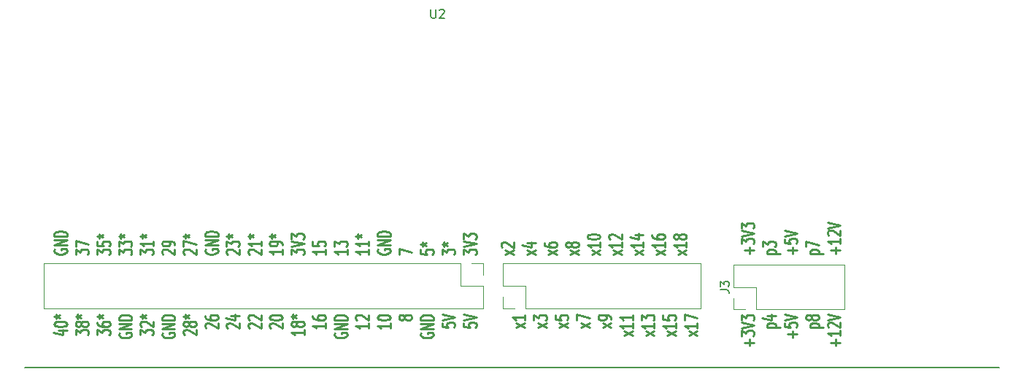
<source format=gbr>
G04 #@! TF.GenerationSoftware,KiCad,Pcbnew,(5.1.2)-1*
G04 #@! TF.CreationDate,2021-01-27T20:04:39+01:00*
G04 #@! TF.ProjectId,proto_simple,70726f74-6f5f-4736-996d-706c652e6b69,rev?*
G04 #@! TF.SameCoordinates,Original*
G04 #@! TF.FileFunction,Legend,Top*
G04 #@! TF.FilePolarity,Positive*
%FSLAX46Y46*%
G04 Gerber Fmt 4.6, Leading zero omitted, Abs format (unit mm)*
G04 Created by KiCad (PCBNEW (5.1.2)-1) date 2021-01-27 20:04:39*
%MOMM*%
%LPD*%
G04 APERTURE LIST*
%ADD10C,0.250000*%
%ADD11C,0.150000*%
%ADD12C,0.120000*%
G04 APERTURE END LIST*
D10*
X83651542Y11340995D02*
X83651542Y12102900D01*
X84222971Y11721947D02*
X83080114Y11721947D01*
X82722971Y12483852D02*
X82722971Y13102900D01*
X83294400Y12769566D01*
X83294400Y12912423D01*
X83365828Y13007661D01*
X83437257Y13055280D01*
X83580114Y13102900D01*
X83937257Y13102900D01*
X84080114Y13055280D01*
X84151542Y13007661D01*
X84222971Y12912423D01*
X84222971Y12626709D01*
X84151542Y12531471D01*
X84080114Y12483852D01*
X82722971Y13388614D02*
X84222971Y13721947D01*
X82722971Y14055280D01*
X82722971Y14293376D02*
X82722971Y14912423D01*
X83294400Y14579090D01*
X83294400Y14721947D01*
X83365828Y14817185D01*
X83437257Y14864804D01*
X83580114Y14912423D01*
X83937257Y14912423D01*
X84080114Y14864804D01*
X84151542Y14817185D01*
X84222971Y14721947D01*
X84222971Y14436233D01*
X84151542Y14340995D01*
X84080114Y14293376D01*
X85722971Y13483852D02*
X87222971Y13483852D01*
X85794400Y13483852D02*
X85722971Y13579090D01*
X85722971Y13769566D01*
X85794400Y13864804D01*
X85865828Y13912423D01*
X86008685Y13960042D01*
X86437257Y13960042D01*
X86580114Y13912423D01*
X86651542Y13864804D01*
X86722971Y13769566D01*
X86722971Y13579090D01*
X86651542Y13483852D01*
X85722971Y14817185D02*
X86722971Y14817185D01*
X85151542Y14579090D02*
X86222971Y14340995D01*
X86222971Y14960042D01*
X88651542Y12293376D02*
X88651542Y13055280D01*
X89222971Y12674328D02*
X88080114Y12674328D01*
X87722971Y14007661D02*
X87722971Y13531471D01*
X88437257Y13483852D01*
X88365828Y13531471D01*
X88294400Y13626709D01*
X88294400Y13864804D01*
X88365828Y13960042D01*
X88437257Y14007661D01*
X88580114Y14055280D01*
X88937257Y14055280D01*
X89080114Y14007661D01*
X89151542Y13960042D01*
X89222971Y13864804D01*
X89222971Y13626709D01*
X89151542Y13531471D01*
X89080114Y13483852D01*
X87722971Y14340995D02*
X89222971Y14674328D01*
X87722971Y15007661D01*
X90722971Y13483852D02*
X92222971Y13483852D01*
X90794400Y13483852D02*
X90722971Y13579090D01*
X90722971Y13769566D01*
X90794400Y13864804D01*
X90865828Y13912423D01*
X91008685Y13960042D01*
X91437257Y13960042D01*
X91580114Y13912423D01*
X91651542Y13864804D01*
X91722971Y13769566D01*
X91722971Y13579090D01*
X91651542Y13483852D01*
X90865828Y14531471D02*
X90794400Y14436233D01*
X90722971Y14388614D01*
X90580114Y14340995D01*
X90508685Y14340995D01*
X90365828Y14388614D01*
X90294400Y14436233D01*
X90222971Y14531471D01*
X90222971Y14721947D01*
X90294400Y14817185D01*
X90365828Y14864804D01*
X90508685Y14912423D01*
X90580114Y14912423D01*
X90722971Y14864804D01*
X90794400Y14817185D01*
X90865828Y14721947D01*
X90865828Y14531471D01*
X90937257Y14436233D01*
X91008685Y14388614D01*
X91151542Y14340995D01*
X91437257Y14340995D01*
X91580114Y14388614D01*
X91651542Y14436233D01*
X91722971Y14531471D01*
X91722971Y14721947D01*
X91651542Y14817185D01*
X91580114Y14864804D01*
X91437257Y14912423D01*
X91151542Y14912423D01*
X91008685Y14864804D01*
X90937257Y14817185D01*
X90865828Y14721947D01*
X93651542Y11340995D02*
X93651542Y12102900D01*
X94222971Y11721947D02*
X93080114Y11721947D01*
X94222971Y13102900D02*
X94222971Y12531471D01*
X94222971Y12817185D02*
X92722971Y12817185D01*
X92937257Y12721947D01*
X93080114Y12626709D01*
X93151542Y12531471D01*
X92865828Y13483852D02*
X92794400Y13531471D01*
X92722971Y13626709D01*
X92722971Y13864804D01*
X92794400Y13960042D01*
X92865828Y14007661D01*
X93008685Y14055280D01*
X93151542Y14055280D01*
X93365828Y14007661D01*
X94222971Y13436233D01*
X94222971Y14055280D01*
X92722971Y14340995D02*
X94222971Y14674328D01*
X92722971Y15007661D01*
X56362971Y21920757D02*
X55362971Y22444566D01*
X55362971Y21920757D02*
X56362971Y22444566D01*
X55005828Y22777900D02*
X54934400Y22825519D01*
X54862971Y22920757D01*
X54862971Y23158852D01*
X54934400Y23254090D01*
X55005828Y23301709D01*
X55148685Y23349328D01*
X55291542Y23349328D01*
X55505828Y23301709D01*
X56362971Y22730280D01*
X56362971Y23349328D01*
X58862971Y21920757D02*
X57862971Y22444566D01*
X57862971Y21920757D02*
X58862971Y22444566D01*
X57862971Y23254090D02*
X58862971Y23254090D01*
X57291542Y23015995D02*
X58362971Y22777900D01*
X58362971Y23396947D01*
X61362971Y21920757D02*
X60362971Y22444566D01*
X60362971Y21920757D02*
X61362971Y22444566D01*
X59862971Y23254090D02*
X59862971Y23063614D01*
X59934400Y22968376D01*
X60005828Y22920757D01*
X60220114Y22825519D01*
X60505828Y22777900D01*
X61077257Y22777900D01*
X61220114Y22825519D01*
X61291542Y22873138D01*
X61362971Y22968376D01*
X61362971Y23158852D01*
X61291542Y23254090D01*
X61220114Y23301709D01*
X61077257Y23349328D01*
X60720114Y23349328D01*
X60577257Y23301709D01*
X60505828Y23254090D01*
X60434400Y23158852D01*
X60434400Y22968376D01*
X60505828Y22873138D01*
X60577257Y22825519D01*
X60720114Y22777900D01*
X63862971Y21920757D02*
X62862971Y22444566D01*
X62862971Y21920757D02*
X63862971Y22444566D01*
X63005828Y22968376D02*
X62934400Y22873138D01*
X62862971Y22825519D01*
X62720114Y22777900D01*
X62648685Y22777900D01*
X62505828Y22825519D01*
X62434400Y22873138D01*
X62362971Y22968376D01*
X62362971Y23158852D01*
X62434400Y23254090D01*
X62505828Y23301709D01*
X62648685Y23349328D01*
X62720114Y23349328D01*
X62862971Y23301709D01*
X62934400Y23254090D01*
X63005828Y23158852D01*
X63005828Y22968376D01*
X63077257Y22873138D01*
X63148685Y22825519D01*
X63291542Y22777900D01*
X63577257Y22777900D01*
X63720114Y22825519D01*
X63791542Y22873138D01*
X63862971Y22968376D01*
X63862971Y23158852D01*
X63791542Y23254090D01*
X63720114Y23301709D01*
X63577257Y23349328D01*
X63291542Y23349328D01*
X63148685Y23301709D01*
X63077257Y23254090D01*
X63005828Y23158852D01*
X66362971Y21920757D02*
X65362971Y22444566D01*
X65362971Y21920757D02*
X66362971Y22444566D01*
X66362971Y23349328D02*
X66362971Y22777900D01*
X66362971Y23063614D02*
X64862971Y23063614D01*
X65077257Y22968376D01*
X65220114Y22873138D01*
X65291542Y22777900D01*
X64862971Y23968376D02*
X64862971Y24063614D01*
X64934400Y24158852D01*
X65005828Y24206471D01*
X65148685Y24254090D01*
X65434400Y24301709D01*
X65791542Y24301709D01*
X66077257Y24254090D01*
X66220114Y24206471D01*
X66291542Y24158852D01*
X66362971Y24063614D01*
X66362971Y23968376D01*
X66291542Y23873138D01*
X66220114Y23825519D01*
X66077257Y23777900D01*
X65791542Y23730280D01*
X65434400Y23730280D01*
X65148685Y23777900D01*
X65005828Y23825519D01*
X64934400Y23873138D01*
X64862971Y23968376D01*
X68862971Y21920757D02*
X67862971Y22444566D01*
X67862971Y21920757D02*
X68862971Y22444566D01*
X68862971Y23349328D02*
X68862971Y22777900D01*
X68862971Y23063614D02*
X67362971Y23063614D01*
X67577257Y22968376D01*
X67720114Y22873138D01*
X67791542Y22777900D01*
X67505828Y23730280D02*
X67434400Y23777900D01*
X67362971Y23873138D01*
X67362971Y24111233D01*
X67434400Y24206471D01*
X67505828Y24254090D01*
X67648685Y24301709D01*
X67791542Y24301709D01*
X68005828Y24254090D01*
X68862971Y23682661D01*
X68862971Y24301709D01*
X71362971Y21920757D02*
X70362971Y22444566D01*
X70362971Y21920757D02*
X71362971Y22444566D01*
X71362971Y23349328D02*
X71362971Y22777900D01*
X71362971Y23063614D02*
X69862971Y23063614D01*
X70077257Y22968376D01*
X70220114Y22873138D01*
X70291542Y22777900D01*
X70362971Y24206471D02*
X71362971Y24206471D01*
X69791542Y23968376D02*
X70862971Y23730280D01*
X70862971Y24349328D01*
X73862971Y21920757D02*
X72862971Y22444566D01*
X72862971Y21920757D02*
X73862971Y22444566D01*
X73862971Y23349328D02*
X73862971Y22777900D01*
X73862971Y23063614D02*
X72362971Y23063614D01*
X72577257Y22968376D01*
X72720114Y22873138D01*
X72791542Y22777900D01*
X72362971Y24206471D02*
X72362971Y24015995D01*
X72434400Y23920757D01*
X72505828Y23873138D01*
X72720114Y23777900D01*
X73005828Y23730280D01*
X73577257Y23730280D01*
X73720114Y23777900D01*
X73791542Y23825519D01*
X73862971Y23920757D01*
X73862971Y24111233D01*
X73791542Y24206471D01*
X73720114Y24254090D01*
X73577257Y24301709D01*
X73220114Y24301709D01*
X73077257Y24254090D01*
X73005828Y24206471D01*
X72934400Y24111233D01*
X72934400Y23920757D01*
X73005828Y23825519D01*
X73077257Y23777900D01*
X73220114Y23730280D01*
X76362971Y21920757D02*
X75362971Y22444566D01*
X75362971Y21920757D02*
X76362971Y22444566D01*
X76362971Y23349328D02*
X76362971Y22777900D01*
X76362971Y23063614D02*
X74862971Y23063614D01*
X75077257Y22968376D01*
X75220114Y22873138D01*
X75291542Y22777900D01*
X75505828Y23920757D02*
X75434400Y23825519D01*
X75362971Y23777900D01*
X75220114Y23730280D01*
X75148685Y23730280D01*
X75005828Y23777900D01*
X74934400Y23825519D01*
X74862971Y23920757D01*
X74862971Y24111233D01*
X74934400Y24206471D01*
X75005828Y24254090D01*
X75148685Y24301709D01*
X75220114Y24301709D01*
X75362971Y24254090D01*
X75434400Y24206471D01*
X75505828Y24111233D01*
X75505828Y23920757D01*
X75577257Y23825519D01*
X75648685Y23777900D01*
X75791542Y23730280D01*
X76077257Y23730280D01*
X76220114Y23777900D01*
X76291542Y23825519D01*
X76362971Y23920757D01*
X76362971Y24111233D01*
X76291542Y24206471D01*
X76220114Y24254090D01*
X76077257Y24301709D01*
X75791542Y24301709D01*
X75648685Y24254090D01*
X75577257Y24206471D01*
X75505828Y24111233D01*
X83651542Y22015995D02*
X83651542Y22777900D01*
X84222971Y22396947D02*
X83080114Y22396947D01*
X82722971Y23158852D02*
X82722971Y23777900D01*
X83294400Y23444566D01*
X83294400Y23587423D01*
X83365828Y23682661D01*
X83437257Y23730280D01*
X83580114Y23777900D01*
X83937257Y23777900D01*
X84080114Y23730280D01*
X84151542Y23682661D01*
X84222971Y23587423D01*
X84222971Y23301709D01*
X84151542Y23206471D01*
X84080114Y23158852D01*
X82722971Y24063614D02*
X84222971Y24396947D01*
X82722971Y24730280D01*
X82722971Y24968376D02*
X82722971Y25587423D01*
X83294400Y25254090D01*
X83294400Y25396947D01*
X83365828Y25492185D01*
X83437257Y25539804D01*
X83580114Y25587423D01*
X83937257Y25587423D01*
X84080114Y25539804D01*
X84151542Y25492185D01*
X84222971Y25396947D01*
X84222971Y25111233D01*
X84151542Y25015995D01*
X84080114Y24968376D01*
X85722971Y22015995D02*
X87222971Y22015995D01*
X85794400Y22015995D02*
X85722971Y22111233D01*
X85722971Y22301709D01*
X85794400Y22396947D01*
X85865828Y22444566D01*
X86008685Y22492185D01*
X86437257Y22492185D01*
X86580114Y22444566D01*
X86651542Y22396947D01*
X86722971Y22301709D01*
X86722971Y22111233D01*
X86651542Y22015995D01*
X85222971Y22825519D02*
X85222971Y23444566D01*
X85794400Y23111233D01*
X85794400Y23254090D01*
X85865828Y23349328D01*
X85937257Y23396947D01*
X86080114Y23444566D01*
X86437257Y23444566D01*
X86580114Y23396947D01*
X86651542Y23349328D01*
X86722971Y23254090D01*
X86722971Y22968376D01*
X86651542Y22873138D01*
X86580114Y22825519D01*
X88651542Y22015995D02*
X88651542Y22777900D01*
X89222971Y22396947D02*
X88080114Y22396947D01*
X87722971Y23730280D02*
X87722971Y23254090D01*
X88437257Y23206471D01*
X88365828Y23254090D01*
X88294400Y23349328D01*
X88294400Y23587423D01*
X88365828Y23682661D01*
X88437257Y23730280D01*
X88580114Y23777900D01*
X88937257Y23777900D01*
X89080114Y23730280D01*
X89151542Y23682661D01*
X89222971Y23587423D01*
X89222971Y23349328D01*
X89151542Y23254090D01*
X89080114Y23206471D01*
X87722971Y24063614D02*
X89222971Y24396947D01*
X87722971Y24730280D01*
X90722971Y22015995D02*
X92222971Y22015995D01*
X90794400Y22015995D02*
X90722971Y22111233D01*
X90722971Y22301709D01*
X90794400Y22396947D01*
X90865828Y22444566D01*
X91008685Y22492185D01*
X91437257Y22492185D01*
X91580114Y22444566D01*
X91651542Y22396947D01*
X91722971Y22301709D01*
X91722971Y22111233D01*
X91651542Y22015995D01*
X90222971Y22825519D02*
X90222971Y23492185D01*
X91722971Y23063614D01*
X93651542Y22015995D02*
X93651542Y22777900D01*
X94222971Y22396947D02*
X93080114Y22396947D01*
X94222971Y23777900D02*
X94222971Y23206471D01*
X94222971Y23492185D02*
X92722971Y23492185D01*
X92937257Y23396947D01*
X93080114Y23301709D01*
X93151542Y23206471D01*
X92865828Y24158852D02*
X92794400Y24206471D01*
X92722971Y24301709D01*
X92722971Y24539804D01*
X92794400Y24635042D01*
X92865828Y24682661D01*
X93008685Y24730280D01*
X93151542Y24730280D01*
X93365828Y24682661D01*
X94222971Y24111233D01*
X94222971Y24730280D01*
X92722971Y25015995D02*
X94222971Y25349328D01*
X92722971Y25682661D01*
X57632971Y13483852D02*
X56632971Y14007661D01*
X56632971Y13483852D02*
X57632971Y14007661D01*
X57632971Y14912423D02*
X57632971Y14340995D01*
X57632971Y14626709D02*
X56132971Y14626709D01*
X56347257Y14531471D01*
X56490114Y14436233D01*
X56561542Y14340995D01*
X60132971Y13483852D02*
X59132971Y14007661D01*
X59132971Y13483852D02*
X60132971Y14007661D01*
X58632971Y14293376D02*
X58632971Y14912423D01*
X59204400Y14579090D01*
X59204400Y14721947D01*
X59275828Y14817185D01*
X59347257Y14864804D01*
X59490114Y14912423D01*
X59847257Y14912423D01*
X59990114Y14864804D01*
X60061542Y14817185D01*
X60132971Y14721947D01*
X60132971Y14436233D01*
X60061542Y14340995D01*
X59990114Y14293376D01*
X62632971Y13483852D02*
X61632971Y14007661D01*
X61632971Y13483852D02*
X62632971Y14007661D01*
X61132971Y14864804D02*
X61132971Y14388614D01*
X61847257Y14340995D01*
X61775828Y14388614D01*
X61704400Y14483852D01*
X61704400Y14721947D01*
X61775828Y14817185D01*
X61847257Y14864804D01*
X61990114Y14912423D01*
X62347257Y14912423D01*
X62490114Y14864804D01*
X62561542Y14817185D01*
X62632971Y14721947D01*
X62632971Y14483852D01*
X62561542Y14388614D01*
X62490114Y14340995D01*
X65132971Y13483852D02*
X64132971Y14007661D01*
X64132971Y13483852D02*
X65132971Y14007661D01*
X63632971Y14293376D02*
X63632971Y14960042D01*
X65132971Y14531471D01*
X67632971Y13483852D02*
X66632971Y14007661D01*
X66632971Y13483852D02*
X67632971Y14007661D01*
X67632971Y14436233D02*
X67632971Y14626709D01*
X67561542Y14721947D01*
X67490114Y14769566D01*
X67275828Y14864804D01*
X66990114Y14912423D01*
X66418685Y14912423D01*
X66275828Y14864804D01*
X66204400Y14817185D01*
X66132971Y14721947D01*
X66132971Y14531471D01*
X66204400Y14436233D01*
X66275828Y14388614D01*
X66418685Y14340995D01*
X66775828Y14340995D01*
X66918685Y14388614D01*
X66990114Y14436233D01*
X67061542Y14531471D01*
X67061542Y14721947D01*
X66990114Y14817185D01*
X66918685Y14864804D01*
X66775828Y14912423D01*
X70132971Y12531471D02*
X69132971Y13055280D01*
X69132971Y12531471D02*
X70132971Y13055280D01*
X70132971Y13960042D02*
X70132971Y13388614D01*
X70132971Y13674328D02*
X68632971Y13674328D01*
X68847257Y13579090D01*
X68990114Y13483852D01*
X69061542Y13388614D01*
X70132971Y14912423D02*
X70132971Y14340995D01*
X70132971Y14626709D02*
X68632971Y14626709D01*
X68847257Y14531471D01*
X68990114Y14436233D01*
X69061542Y14340995D01*
X72632971Y12531471D02*
X71632971Y13055280D01*
X71632971Y12531471D02*
X72632971Y13055280D01*
X72632971Y13960042D02*
X72632971Y13388614D01*
X72632971Y13674328D02*
X71132971Y13674328D01*
X71347257Y13579090D01*
X71490114Y13483852D01*
X71561542Y13388614D01*
X71132971Y14293376D02*
X71132971Y14912423D01*
X71704400Y14579090D01*
X71704400Y14721947D01*
X71775828Y14817185D01*
X71847257Y14864804D01*
X71990114Y14912423D01*
X72347257Y14912423D01*
X72490114Y14864804D01*
X72561542Y14817185D01*
X72632971Y14721947D01*
X72632971Y14436233D01*
X72561542Y14340995D01*
X72490114Y14293376D01*
X75132971Y12531471D02*
X74132971Y13055280D01*
X74132971Y12531471D02*
X75132971Y13055280D01*
X75132971Y13960042D02*
X75132971Y13388614D01*
X75132971Y13674328D02*
X73632971Y13674328D01*
X73847257Y13579090D01*
X73990114Y13483852D01*
X74061542Y13388614D01*
X73632971Y14864804D02*
X73632971Y14388614D01*
X74347257Y14340995D01*
X74275828Y14388614D01*
X74204400Y14483852D01*
X74204400Y14721947D01*
X74275828Y14817185D01*
X74347257Y14864804D01*
X74490114Y14912423D01*
X74847257Y14912423D01*
X74990114Y14864804D01*
X75061542Y14817185D01*
X75132971Y14721947D01*
X75132971Y14483852D01*
X75061542Y14388614D01*
X74990114Y14340995D01*
X77632971Y12531471D02*
X76632971Y13055280D01*
X76632971Y12531471D02*
X77632971Y13055280D01*
X77632971Y13960042D02*
X77632971Y13388614D01*
X77632971Y13674328D02*
X76132971Y13674328D01*
X76347257Y13579090D01*
X76490114Y13483852D01*
X76561542Y13388614D01*
X76132971Y14293376D02*
X76132971Y14960042D01*
X77632971Y14531471D01*
X3512971Y13102900D02*
X4512971Y13102900D01*
X2941542Y12864804D02*
X4012971Y12626709D01*
X4012971Y13245757D01*
X3012971Y13817185D02*
X3012971Y13912423D01*
X3084400Y14007661D01*
X3155828Y14055280D01*
X3298685Y14102900D01*
X3584400Y14150519D01*
X3941542Y14150519D01*
X4227257Y14102900D01*
X4370114Y14055280D01*
X4441542Y14007661D01*
X4512971Y13912423D01*
X4512971Y13817185D01*
X4441542Y13721947D01*
X4370114Y13674328D01*
X4227257Y13626709D01*
X3941542Y13579090D01*
X3584400Y13579090D01*
X3298685Y13626709D01*
X3155828Y13674328D01*
X3084400Y13721947D01*
X3012971Y13817185D01*
X3012971Y14721947D02*
X3370114Y14721947D01*
X3227257Y14483852D02*
X3370114Y14721947D01*
X3227257Y14960042D01*
X3655828Y14579090D02*
X3370114Y14721947D01*
X3655828Y14864804D01*
X5512971Y12579090D02*
X5512971Y13198138D01*
X6084400Y12864804D01*
X6084400Y13007661D01*
X6155828Y13102900D01*
X6227257Y13150519D01*
X6370114Y13198138D01*
X6727257Y13198138D01*
X6870114Y13150519D01*
X6941542Y13102900D01*
X7012971Y13007661D01*
X7012971Y12721947D01*
X6941542Y12626709D01*
X6870114Y12579090D01*
X6155828Y13769566D02*
X6084400Y13674328D01*
X6012971Y13626709D01*
X5870114Y13579090D01*
X5798685Y13579090D01*
X5655828Y13626709D01*
X5584400Y13674328D01*
X5512971Y13769566D01*
X5512971Y13960042D01*
X5584400Y14055280D01*
X5655828Y14102900D01*
X5798685Y14150519D01*
X5870114Y14150519D01*
X6012971Y14102900D01*
X6084400Y14055280D01*
X6155828Y13960042D01*
X6155828Y13769566D01*
X6227257Y13674328D01*
X6298685Y13626709D01*
X6441542Y13579090D01*
X6727257Y13579090D01*
X6870114Y13626709D01*
X6941542Y13674328D01*
X7012971Y13769566D01*
X7012971Y13960042D01*
X6941542Y14055280D01*
X6870114Y14102900D01*
X6727257Y14150519D01*
X6441542Y14150519D01*
X6298685Y14102900D01*
X6227257Y14055280D01*
X6155828Y13960042D01*
X5512971Y14721947D02*
X5870114Y14721947D01*
X5727257Y14483852D02*
X5870114Y14721947D01*
X5727257Y14960042D01*
X6155828Y14579090D02*
X5870114Y14721947D01*
X6155828Y14864804D01*
X8012971Y12579090D02*
X8012971Y13198138D01*
X8584400Y12864804D01*
X8584400Y13007661D01*
X8655828Y13102900D01*
X8727257Y13150519D01*
X8870114Y13198138D01*
X9227257Y13198138D01*
X9370114Y13150519D01*
X9441542Y13102900D01*
X9512971Y13007661D01*
X9512971Y12721947D01*
X9441542Y12626709D01*
X9370114Y12579090D01*
X8012971Y14055280D02*
X8012971Y13864804D01*
X8084400Y13769566D01*
X8155828Y13721947D01*
X8370114Y13626709D01*
X8655828Y13579090D01*
X9227257Y13579090D01*
X9370114Y13626709D01*
X9441542Y13674328D01*
X9512971Y13769566D01*
X9512971Y13960042D01*
X9441542Y14055280D01*
X9370114Y14102900D01*
X9227257Y14150519D01*
X8870114Y14150519D01*
X8727257Y14102900D01*
X8655828Y14055280D01*
X8584400Y13960042D01*
X8584400Y13769566D01*
X8655828Y13674328D01*
X8727257Y13626709D01*
X8870114Y13579090D01*
X8012971Y14721947D02*
X8370114Y14721947D01*
X8227257Y14483852D02*
X8370114Y14721947D01*
X8227257Y14960042D01*
X8655828Y14579090D02*
X8370114Y14721947D01*
X8655828Y14864804D01*
X10584400Y12817185D02*
X10512971Y12721947D01*
X10512971Y12579090D01*
X10584400Y12436233D01*
X10727257Y12340995D01*
X10870114Y12293376D01*
X11155828Y12245757D01*
X11370114Y12245757D01*
X11655828Y12293376D01*
X11798685Y12340995D01*
X11941542Y12436233D01*
X12012971Y12579090D01*
X12012971Y12674328D01*
X11941542Y12817185D01*
X11870114Y12864804D01*
X11370114Y12864804D01*
X11370114Y12674328D01*
X12012971Y13293376D02*
X10512971Y13293376D01*
X12012971Y13864804D01*
X10512971Y13864804D01*
X12012971Y14340995D02*
X10512971Y14340995D01*
X10512971Y14579090D01*
X10584400Y14721947D01*
X10727257Y14817185D01*
X10870114Y14864804D01*
X11155828Y14912423D01*
X11370114Y14912423D01*
X11655828Y14864804D01*
X11798685Y14817185D01*
X11941542Y14721947D01*
X12012971Y14579090D01*
X12012971Y14340995D01*
X13012971Y12579090D02*
X13012971Y13198138D01*
X13584400Y12864804D01*
X13584400Y13007661D01*
X13655828Y13102900D01*
X13727257Y13150519D01*
X13870114Y13198138D01*
X14227257Y13198138D01*
X14370114Y13150519D01*
X14441542Y13102900D01*
X14512971Y13007661D01*
X14512971Y12721947D01*
X14441542Y12626709D01*
X14370114Y12579090D01*
X13155828Y13579090D02*
X13084400Y13626709D01*
X13012971Y13721947D01*
X13012971Y13960042D01*
X13084400Y14055280D01*
X13155828Y14102900D01*
X13298685Y14150519D01*
X13441542Y14150519D01*
X13655828Y14102900D01*
X14512971Y13531471D01*
X14512971Y14150519D01*
X13012971Y14721947D02*
X13370114Y14721947D01*
X13227257Y14483852D02*
X13370114Y14721947D01*
X13227257Y14960042D01*
X13655828Y14579090D02*
X13370114Y14721947D01*
X13655828Y14864804D01*
X15584400Y12817185D02*
X15512971Y12721947D01*
X15512971Y12579090D01*
X15584400Y12436233D01*
X15727257Y12340995D01*
X15870114Y12293376D01*
X16155828Y12245757D01*
X16370114Y12245757D01*
X16655828Y12293376D01*
X16798685Y12340995D01*
X16941542Y12436233D01*
X17012971Y12579090D01*
X17012971Y12674328D01*
X16941542Y12817185D01*
X16870114Y12864804D01*
X16370114Y12864804D01*
X16370114Y12674328D01*
X17012971Y13293376D02*
X15512971Y13293376D01*
X17012971Y13864804D01*
X15512971Y13864804D01*
X17012971Y14340995D02*
X15512971Y14340995D01*
X15512971Y14579090D01*
X15584400Y14721947D01*
X15727257Y14817185D01*
X15870114Y14864804D01*
X16155828Y14912423D01*
X16370114Y14912423D01*
X16655828Y14864804D01*
X16798685Y14817185D01*
X16941542Y14721947D01*
X17012971Y14579090D01*
X17012971Y14340995D01*
X18155828Y12626709D02*
X18084400Y12674328D01*
X18012971Y12769566D01*
X18012971Y13007661D01*
X18084400Y13102900D01*
X18155828Y13150519D01*
X18298685Y13198138D01*
X18441542Y13198138D01*
X18655828Y13150519D01*
X19512971Y12579090D01*
X19512971Y13198138D01*
X18655828Y13769566D02*
X18584400Y13674328D01*
X18512971Y13626709D01*
X18370114Y13579090D01*
X18298685Y13579090D01*
X18155828Y13626709D01*
X18084400Y13674328D01*
X18012971Y13769566D01*
X18012971Y13960042D01*
X18084400Y14055280D01*
X18155828Y14102900D01*
X18298685Y14150519D01*
X18370114Y14150519D01*
X18512971Y14102900D01*
X18584400Y14055280D01*
X18655828Y13960042D01*
X18655828Y13769566D01*
X18727257Y13674328D01*
X18798685Y13626709D01*
X18941542Y13579090D01*
X19227257Y13579090D01*
X19370114Y13626709D01*
X19441542Y13674328D01*
X19512971Y13769566D01*
X19512971Y13960042D01*
X19441542Y14055280D01*
X19370114Y14102900D01*
X19227257Y14150519D01*
X18941542Y14150519D01*
X18798685Y14102900D01*
X18727257Y14055280D01*
X18655828Y13960042D01*
X18012971Y14721947D02*
X18370114Y14721947D01*
X18227257Y14483852D02*
X18370114Y14721947D01*
X18227257Y14960042D01*
X18655828Y14579090D02*
X18370114Y14721947D01*
X18655828Y14864804D01*
X20655828Y13388614D02*
X20584400Y13436233D01*
X20512971Y13531471D01*
X20512971Y13769566D01*
X20584400Y13864804D01*
X20655828Y13912423D01*
X20798685Y13960042D01*
X20941542Y13960042D01*
X21155828Y13912423D01*
X22012971Y13340995D01*
X22012971Y13960042D01*
X20512971Y14817185D02*
X20512971Y14626709D01*
X20584400Y14531471D01*
X20655828Y14483852D01*
X20870114Y14388614D01*
X21155828Y14340995D01*
X21727257Y14340995D01*
X21870114Y14388614D01*
X21941542Y14436233D01*
X22012971Y14531471D01*
X22012971Y14721947D01*
X21941542Y14817185D01*
X21870114Y14864804D01*
X21727257Y14912423D01*
X21370114Y14912423D01*
X21227257Y14864804D01*
X21155828Y14817185D01*
X21084400Y14721947D01*
X21084400Y14531471D01*
X21155828Y14436233D01*
X21227257Y14388614D01*
X21370114Y14340995D01*
X23155828Y13388614D02*
X23084400Y13436233D01*
X23012971Y13531471D01*
X23012971Y13769566D01*
X23084400Y13864804D01*
X23155828Y13912423D01*
X23298685Y13960042D01*
X23441542Y13960042D01*
X23655828Y13912423D01*
X24512971Y13340995D01*
X24512971Y13960042D01*
X23512971Y14817185D02*
X24512971Y14817185D01*
X22941542Y14579090D02*
X24012971Y14340995D01*
X24012971Y14960042D01*
X25655828Y13388614D02*
X25584400Y13436233D01*
X25512971Y13531471D01*
X25512971Y13769566D01*
X25584400Y13864804D01*
X25655828Y13912423D01*
X25798685Y13960042D01*
X25941542Y13960042D01*
X26155828Y13912423D01*
X27012971Y13340995D01*
X27012971Y13960042D01*
X25655828Y14340995D02*
X25584400Y14388614D01*
X25512971Y14483852D01*
X25512971Y14721947D01*
X25584400Y14817185D01*
X25655828Y14864804D01*
X25798685Y14912423D01*
X25941542Y14912423D01*
X26155828Y14864804D01*
X27012971Y14293376D01*
X27012971Y14912423D01*
X28155828Y13388614D02*
X28084400Y13436233D01*
X28012971Y13531471D01*
X28012971Y13769566D01*
X28084400Y13864804D01*
X28155828Y13912423D01*
X28298685Y13960042D01*
X28441542Y13960042D01*
X28655828Y13912423D01*
X29512971Y13340995D01*
X29512971Y13960042D01*
X28012971Y14579090D02*
X28012971Y14674328D01*
X28084400Y14769566D01*
X28155828Y14817185D01*
X28298685Y14864804D01*
X28584400Y14912423D01*
X28941542Y14912423D01*
X29227257Y14864804D01*
X29370114Y14817185D01*
X29441542Y14769566D01*
X29512971Y14674328D01*
X29512971Y14579090D01*
X29441542Y14483852D01*
X29370114Y14436233D01*
X29227257Y14388614D01*
X28941542Y14340995D01*
X28584400Y14340995D01*
X28298685Y14388614D01*
X28155828Y14436233D01*
X28084400Y14483852D01*
X28012971Y14579090D01*
X32012971Y13198138D02*
X32012971Y12626709D01*
X32012971Y12912423D02*
X30512971Y12912423D01*
X30727257Y12817185D01*
X30870114Y12721947D01*
X30941542Y12626709D01*
X31155828Y13769566D02*
X31084400Y13674328D01*
X31012971Y13626709D01*
X30870114Y13579090D01*
X30798685Y13579090D01*
X30655828Y13626709D01*
X30584400Y13674328D01*
X30512971Y13769566D01*
X30512971Y13960042D01*
X30584400Y14055280D01*
X30655828Y14102900D01*
X30798685Y14150519D01*
X30870114Y14150519D01*
X31012971Y14102900D01*
X31084400Y14055280D01*
X31155828Y13960042D01*
X31155828Y13769566D01*
X31227257Y13674328D01*
X31298685Y13626709D01*
X31441542Y13579090D01*
X31727257Y13579090D01*
X31870114Y13626709D01*
X31941542Y13674328D01*
X32012971Y13769566D01*
X32012971Y13960042D01*
X31941542Y14055280D01*
X31870114Y14102900D01*
X31727257Y14150519D01*
X31441542Y14150519D01*
X31298685Y14102900D01*
X31227257Y14055280D01*
X31155828Y13960042D01*
X30512971Y14721947D02*
X30870114Y14721947D01*
X30727257Y14483852D02*
X30870114Y14721947D01*
X30727257Y14960042D01*
X31155828Y14579090D02*
X30870114Y14721947D01*
X31155828Y14864804D01*
X34512971Y13960042D02*
X34512971Y13388614D01*
X34512971Y13674328D02*
X33012971Y13674328D01*
X33227257Y13579090D01*
X33370114Y13483852D01*
X33441542Y13388614D01*
X33012971Y14817185D02*
X33012971Y14626709D01*
X33084400Y14531471D01*
X33155828Y14483852D01*
X33370114Y14388614D01*
X33655828Y14340995D01*
X34227257Y14340995D01*
X34370114Y14388614D01*
X34441542Y14436233D01*
X34512971Y14531471D01*
X34512971Y14721947D01*
X34441542Y14817185D01*
X34370114Y14864804D01*
X34227257Y14912423D01*
X33870114Y14912423D01*
X33727257Y14864804D01*
X33655828Y14817185D01*
X33584400Y14721947D01*
X33584400Y14531471D01*
X33655828Y14436233D01*
X33727257Y14388614D01*
X33870114Y14340995D01*
X35584400Y12817185D02*
X35512971Y12721947D01*
X35512971Y12579090D01*
X35584400Y12436233D01*
X35727257Y12340995D01*
X35870114Y12293376D01*
X36155828Y12245757D01*
X36370114Y12245757D01*
X36655828Y12293376D01*
X36798685Y12340995D01*
X36941542Y12436233D01*
X37012971Y12579090D01*
X37012971Y12674328D01*
X36941542Y12817185D01*
X36870114Y12864804D01*
X36370114Y12864804D01*
X36370114Y12674328D01*
X37012971Y13293376D02*
X35512971Y13293376D01*
X37012971Y13864804D01*
X35512971Y13864804D01*
X37012971Y14340995D02*
X35512971Y14340995D01*
X35512971Y14579090D01*
X35584400Y14721947D01*
X35727257Y14817185D01*
X35870114Y14864804D01*
X36155828Y14912423D01*
X36370114Y14912423D01*
X36655828Y14864804D01*
X36798685Y14817185D01*
X36941542Y14721947D01*
X37012971Y14579090D01*
X37012971Y14340995D01*
X39512971Y13960042D02*
X39512971Y13388614D01*
X39512971Y13674328D02*
X38012971Y13674328D01*
X38227257Y13579090D01*
X38370114Y13483852D01*
X38441542Y13388614D01*
X38155828Y14340995D02*
X38084400Y14388614D01*
X38012971Y14483852D01*
X38012971Y14721947D01*
X38084400Y14817185D01*
X38155828Y14864804D01*
X38298685Y14912423D01*
X38441542Y14912423D01*
X38655828Y14864804D01*
X39512971Y14293376D01*
X39512971Y14912423D01*
X42012971Y13960042D02*
X42012971Y13388614D01*
X42012971Y13674328D02*
X40512971Y13674328D01*
X40727257Y13579090D01*
X40870114Y13483852D01*
X40941542Y13388614D01*
X40512971Y14579090D02*
X40512971Y14674328D01*
X40584400Y14769566D01*
X40655828Y14817185D01*
X40798685Y14864804D01*
X41084400Y14912423D01*
X41441542Y14912423D01*
X41727257Y14864804D01*
X41870114Y14817185D01*
X41941542Y14769566D01*
X42012971Y14674328D01*
X42012971Y14579090D01*
X41941542Y14483852D01*
X41870114Y14436233D01*
X41727257Y14388614D01*
X41441542Y14340995D01*
X41084400Y14340995D01*
X40798685Y14388614D01*
X40655828Y14436233D01*
X40584400Y14483852D01*
X40512971Y14579090D01*
X43655828Y14531471D02*
X43584400Y14436233D01*
X43512971Y14388614D01*
X43370114Y14340995D01*
X43298685Y14340995D01*
X43155828Y14388614D01*
X43084400Y14436233D01*
X43012971Y14531471D01*
X43012971Y14721947D01*
X43084400Y14817185D01*
X43155828Y14864804D01*
X43298685Y14912423D01*
X43370114Y14912423D01*
X43512971Y14864804D01*
X43584400Y14817185D01*
X43655828Y14721947D01*
X43655828Y14531471D01*
X43727257Y14436233D01*
X43798685Y14388614D01*
X43941542Y14340995D01*
X44227257Y14340995D01*
X44370114Y14388614D01*
X44441542Y14436233D01*
X44512971Y14531471D01*
X44512971Y14721947D01*
X44441542Y14817185D01*
X44370114Y14864804D01*
X44227257Y14912423D01*
X43941542Y14912423D01*
X43798685Y14864804D01*
X43727257Y14817185D01*
X43655828Y14721947D01*
X45584400Y12817185D02*
X45512971Y12721947D01*
X45512971Y12579090D01*
X45584400Y12436233D01*
X45727257Y12340995D01*
X45870114Y12293376D01*
X46155828Y12245757D01*
X46370114Y12245757D01*
X46655828Y12293376D01*
X46798685Y12340995D01*
X46941542Y12436233D01*
X47012971Y12579090D01*
X47012971Y12674328D01*
X46941542Y12817185D01*
X46870114Y12864804D01*
X46370114Y12864804D01*
X46370114Y12674328D01*
X47012971Y13293376D02*
X45512971Y13293376D01*
X47012971Y13864804D01*
X45512971Y13864804D01*
X47012971Y14340995D02*
X45512971Y14340995D01*
X45512971Y14579090D01*
X45584400Y14721947D01*
X45727257Y14817185D01*
X45870114Y14864804D01*
X46155828Y14912423D01*
X46370114Y14912423D01*
X46655828Y14864804D01*
X46798685Y14817185D01*
X46941542Y14721947D01*
X47012971Y14579090D01*
X47012971Y14340995D01*
X48012971Y14007661D02*
X48012971Y13531471D01*
X48727257Y13483852D01*
X48655828Y13531471D01*
X48584400Y13626709D01*
X48584400Y13864804D01*
X48655828Y13960042D01*
X48727257Y14007661D01*
X48870114Y14055280D01*
X49227257Y14055280D01*
X49370114Y14007661D01*
X49441542Y13960042D01*
X49512971Y13864804D01*
X49512971Y13626709D01*
X49441542Y13531471D01*
X49370114Y13483852D01*
X48012971Y14340995D02*
X49512971Y14674328D01*
X48012971Y15007661D01*
X50512971Y14007661D02*
X50512971Y13531471D01*
X51227257Y13483852D01*
X51155828Y13531471D01*
X51084400Y13626709D01*
X51084400Y13864804D01*
X51155828Y13960042D01*
X51227257Y14007661D01*
X51370114Y14055280D01*
X51727257Y14055280D01*
X51870114Y14007661D01*
X51941542Y13960042D01*
X52012971Y13864804D01*
X52012971Y13626709D01*
X51941542Y13531471D01*
X51870114Y13483852D01*
X50512971Y14340995D02*
X52012971Y14674328D01*
X50512971Y15007661D01*
X3084400Y22539804D02*
X3012971Y22444566D01*
X3012971Y22301709D01*
X3084400Y22158852D01*
X3227257Y22063614D01*
X3370114Y22015995D01*
X3655828Y21968376D01*
X3870114Y21968376D01*
X4155828Y22015995D01*
X4298685Y22063614D01*
X4441542Y22158852D01*
X4512971Y22301709D01*
X4512971Y22396947D01*
X4441542Y22539804D01*
X4370114Y22587423D01*
X3870114Y22587423D01*
X3870114Y22396947D01*
X4512971Y23015995D02*
X3012971Y23015995D01*
X4512971Y23587423D01*
X3012971Y23587423D01*
X4512971Y24063614D02*
X3012971Y24063614D01*
X3012971Y24301709D01*
X3084400Y24444566D01*
X3227257Y24539804D01*
X3370114Y24587423D01*
X3655828Y24635042D01*
X3870114Y24635042D01*
X4155828Y24587423D01*
X4298685Y24539804D01*
X4441542Y24444566D01*
X4512971Y24301709D01*
X4512971Y24063614D01*
X5512971Y21920757D02*
X5512971Y22539804D01*
X6084400Y22206471D01*
X6084400Y22349328D01*
X6155828Y22444566D01*
X6227257Y22492185D01*
X6370114Y22539804D01*
X6727257Y22539804D01*
X6870114Y22492185D01*
X6941542Y22444566D01*
X7012971Y22349328D01*
X7012971Y22063614D01*
X6941542Y21968376D01*
X6870114Y21920757D01*
X5512971Y22873138D02*
X5512971Y23539804D01*
X7012971Y23111233D01*
X8012971Y21920757D02*
X8012971Y22539804D01*
X8584400Y22206471D01*
X8584400Y22349328D01*
X8655828Y22444566D01*
X8727257Y22492185D01*
X8870114Y22539804D01*
X9227257Y22539804D01*
X9370114Y22492185D01*
X9441542Y22444566D01*
X9512971Y22349328D01*
X9512971Y22063614D01*
X9441542Y21968376D01*
X9370114Y21920757D01*
X8012971Y23444566D02*
X8012971Y22968376D01*
X8727257Y22920757D01*
X8655828Y22968376D01*
X8584400Y23063614D01*
X8584400Y23301709D01*
X8655828Y23396947D01*
X8727257Y23444566D01*
X8870114Y23492185D01*
X9227257Y23492185D01*
X9370114Y23444566D01*
X9441542Y23396947D01*
X9512971Y23301709D01*
X9512971Y23063614D01*
X9441542Y22968376D01*
X9370114Y22920757D01*
X8012971Y24063614D02*
X8370114Y24063614D01*
X8227257Y23825519D02*
X8370114Y24063614D01*
X8227257Y24301709D01*
X8655828Y23920757D02*
X8370114Y24063614D01*
X8655828Y24206471D01*
X10512971Y21920757D02*
X10512971Y22539804D01*
X11084400Y22206471D01*
X11084400Y22349328D01*
X11155828Y22444566D01*
X11227257Y22492185D01*
X11370114Y22539804D01*
X11727257Y22539804D01*
X11870114Y22492185D01*
X11941542Y22444566D01*
X12012971Y22349328D01*
X12012971Y22063614D01*
X11941542Y21968376D01*
X11870114Y21920757D01*
X10512971Y22873138D02*
X10512971Y23492185D01*
X11084400Y23158852D01*
X11084400Y23301709D01*
X11155828Y23396947D01*
X11227257Y23444566D01*
X11370114Y23492185D01*
X11727257Y23492185D01*
X11870114Y23444566D01*
X11941542Y23396947D01*
X12012971Y23301709D01*
X12012971Y23015995D01*
X11941542Y22920757D01*
X11870114Y22873138D01*
X10512971Y24063614D02*
X10870114Y24063614D01*
X10727257Y23825519D02*
X10870114Y24063614D01*
X10727257Y24301709D01*
X11155828Y23920757D02*
X10870114Y24063614D01*
X11155828Y24206471D01*
X13012971Y21920757D02*
X13012971Y22539804D01*
X13584400Y22206471D01*
X13584400Y22349328D01*
X13655828Y22444566D01*
X13727257Y22492185D01*
X13870114Y22539804D01*
X14227257Y22539804D01*
X14370114Y22492185D01*
X14441542Y22444566D01*
X14512971Y22349328D01*
X14512971Y22063614D01*
X14441542Y21968376D01*
X14370114Y21920757D01*
X14512971Y23492185D02*
X14512971Y22920757D01*
X14512971Y23206471D02*
X13012971Y23206471D01*
X13227257Y23111233D01*
X13370114Y23015995D01*
X13441542Y22920757D01*
X13012971Y24063614D02*
X13370114Y24063614D01*
X13227257Y23825519D02*
X13370114Y24063614D01*
X13227257Y24301709D01*
X13655828Y23920757D02*
X13370114Y24063614D01*
X13655828Y24206471D01*
X15655828Y21968376D02*
X15584400Y22015995D01*
X15512971Y22111233D01*
X15512971Y22349328D01*
X15584400Y22444566D01*
X15655828Y22492185D01*
X15798685Y22539804D01*
X15941542Y22539804D01*
X16155828Y22492185D01*
X17012971Y21920757D01*
X17012971Y22539804D01*
X17012971Y23015995D02*
X17012971Y23206471D01*
X16941542Y23301709D01*
X16870114Y23349328D01*
X16655828Y23444566D01*
X16370114Y23492185D01*
X15798685Y23492185D01*
X15655828Y23444566D01*
X15584400Y23396947D01*
X15512971Y23301709D01*
X15512971Y23111233D01*
X15584400Y23015995D01*
X15655828Y22968376D01*
X15798685Y22920757D01*
X16155828Y22920757D01*
X16298685Y22968376D01*
X16370114Y23015995D01*
X16441542Y23111233D01*
X16441542Y23301709D01*
X16370114Y23396947D01*
X16298685Y23444566D01*
X16155828Y23492185D01*
X18155828Y21968376D02*
X18084400Y22015995D01*
X18012971Y22111233D01*
X18012971Y22349328D01*
X18084400Y22444566D01*
X18155828Y22492185D01*
X18298685Y22539804D01*
X18441542Y22539804D01*
X18655828Y22492185D01*
X19512971Y21920757D01*
X19512971Y22539804D01*
X18012971Y22873138D02*
X18012971Y23539804D01*
X19512971Y23111233D01*
X18012971Y24063614D02*
X18370114Y24063614D01*
X18227257Y23825519D02*
X18370114Y24063614D01*
X18227257Y24301709D01*
X18655828Y23920757D02*
X18370114Y24063614D01*
X18655828Y24206471D01*
X20584400Y22539804D02*
X20512971Y22444566D01*
X20512971Y22301709D01*
X20584400Y22158852D01*
X20727257Y22063614D01*
X20870114Y22015995D01*
X21155828Y21968376D01*
X21370114Y21968376D01*
X21655828Y22015995D01*
X21798685Y22063614D01*
X21941542Y22158852D01*
X22012971Y22301709D01*
X22012971Y22396947D01*
X21941542Y22539804D01*
X21870114Y22587423D01*
X21370114Y22587423D01*
X21370114Y22396947D01*
X22012971Y23015995D02*
X20512971Y23015995D01*
X22012971Y23587423D01*
X20512971Y23587423D01*
X22012971Y24063614D02*
X20512971Y24063614D01*
X20512971Y24301709D01*
X20584400Y24444566D01*
X20727257Y24539804D01*
X20870114Y24587423D01*
X21155828Y24635042D01*
X21370114Y24635042D01*
X21655828Y24587423D01*
X21798685Y24539804D01*
X21941542Y24444566D01*
X22012971Y24301709D01*
X22012971Y24063614D01*
X23155828Y21968376D02*
X23084400Y22015995D01*
X23012971Y22111233D01*
X23012971Y22349328D01*
X23084400Y22444566D01*
X23155828Y22492185D01*
X23298685Y22539804D01*
X23441542Y22539804D01*
X23655828Y22492185D01*
X24512971Y21920757D01*
X24512971Y22539804D01*
X23012971Y22873138D02*
X23012971Y23492185D01*
X23584400Y23158852D01*
X23584400Y23301709D01*
X23655828Y23396947D01*
X23727257Y23444566D01*
X23870114Y23492185D01*
X24227257Y23492185D01*
X24370114Y23444566D01*
X24441542Y23396947D01*
X24512971Y23301709D01*
X24512971Y23015995D01*
X24441542Y22920757D01*
X24370114Y22873138D01*
X23012971Y24063614D02*
X23370114Y24063614D01*
X23227257Y23825519D02*
X23370114Y24063614D01*
X23227257Y24301709D01*
X23655828Y23920757D02*
X23370114Y24063614D01*
X23655828Y24206471D01*
X25655828Y21968376D02*
X25584400Y22015995D01*
X25512971Y22111233D01*
X25512971Y22349328D01*
X25584400Y22444566D01*
X25655828Y22492185D01*
X25798685Y22539804D01*
X25941542Y22539804D01*
X26155828Y22492185D01*
X27012971Y21920757D01*
X27012971Y22539804D01*
X27012971Y23492185D02*
X27012971Y22920757D01*
X27012971Y23206471D02*
X25512971Y23206471D01*
X25727257Y23111233D01*
X25870114Y23015995D01*
X25941542Y22920757D01*
X25512971Y24063614D02*
X25870114Y24063614D01*
X25727257Y23825519D02*
X25870114Y24063614D01*
X25727257Y24301709D01*
X26155828Y23920757D02*
X25870114Y24063614D01*
X26155828Y24206471D01*
X29512971Y22539804D02*
X29512971Y21968376D01*
X29512971Y22254090D02*
X28012971Y22254090D01*
X28227257Y22158852D01*
X28370114Y22063614D01*
X28441542Y21968376D01*
X29512971Y23015995D02*
X29512971Y23206471D01*
X29441542Y23301709D01*
X29370114Y23349328D01*
X29155828Y23444566D01*
X28870114Y23492185D01*
X28298685Y23492185D01*
X28155828Y23444566D01*
X28084400Y23396947D01*
X28012971Y23301709D01*
X28012971Y23111233D01*
X28084400Y23015995D01*
X28155828Y22968376D01*
X28298685Y22920757D01*
X28655828Y22920757D01*
X28798685Y22968376D01*
X28870114Y23015995D01*
X28941542Y23111233D01*
X28941542Y23301709D01*
X28870114Y23396947D01*
X28798685Y23444566D01*
X28655828Y23492185D01*
X28012971Y24063614D02*
X28370114Y24063614D01*
X28227257Y23825519D02*
X28370114Y24063614D01*
X28227257Y24301709D01*
X28655828Y23920757D02*
X28370114Y24063614D01*
X28655828Y24206471D01*
X30512971Y21920757D02*
X30512971Y22539804D01*
X31084400Y22206471D01*
X31084400Y22349328D01*
X31155828Y22444566D01*
X31227257Y22492185D01*
X31370114Y22539804D01*
X31727257Y22539804D01*
X31870114Y22492185D01*
X31941542Y22444566D01*
X32012971Y22349328D01*
X32012971Y22063614D01*
X31941542Y21968376D01*
X31870114Y21920757D01*
X30512971Y22825519D02*
X32012971Y23158852D01*
X30512971Y23492185D01*
X30512971Y23730280D02*
X30512971Y24349328D01*
X31084400Y24015995D01*
X31084400Y24158852D01*
X31155828Y24254090D01*
X31227257Y24301709D01*
X31370114Y24349328D01*
X31727257Y24349328D01*
X31870114Y24301709D01*
X31941542Y24254090D01*
X32012971Y24158852D01*
X32012971Y23873138D01*
X31941542Y23777900D01*
X31870114Y23730280D01*
X34512971Y22539804D02*
X34512971Y21968376D01*
X34512971Y22254090D02*
X33012971Y22254090D01*
X33227257Y22158852D01*
X33370114Y22063614D01*
X33441542Y21968376D01*
X33012971Y23444566D02*
X33012971Y22968376D01*
X33727257Y22920757D01*
X33655828Y22968376D01*
X33584400Y23063614D01*
X33584400Y23301709D01*
X33655828Y23396947D01*
X33727257Y23444566D01*
X33870114Y23492185D01*
X34227257Y23492185D01*
X34370114Y23444566D01*
X34441542Y23396947D01*
X34512971Y23301709D01*
X34512971Y23063614D01*
X34441542Y22968376D01*
X34370114Y22920757D01*
X37012971Y22539804D02*
X37012971Y21968376D01*
X37012971Y22254090D02*
X35512971Y22254090D01*
X35727257Y22158852D01*
X35870114Y22063614D01*
X35941542Y21968376D01*
X35512971Y22873138D02*
X35512971Y23492185D01*
X36084400Y23158852D01*
X36084400Y23301709D01*
X36155828Y23396947D01*
X36227257Y23444566D01*
X36370114Y23492185D01*
X36727257Y23492185D01*
X36870114Y23444566D01*
X36941542Y23396947D01*
X37012971Y23301709D01*
X37012971Y23015995D01*
X36941542Y22920757D01*
X36870114Y22873138D01*
X39512971Y22539804D02*
X39512971Y21968376D01*
X39512971Y22254090D02*
X38012971Y22254090D01*
X38227257Y22158852D01*
X38370114Y22063614D01*
X38441542Y21968376D01*
X39512971Y23492185D02*
X39512971Y22920757D01*
X39512971Y23206471D02*
X38012971Y23206471D01*
X38227257Y23111233D01*
X38370114Y23015995D01*
X38441542Y22920757D01*
X38012971Y24063614D02*
X38370114Y24063614D01*
X38227257Y23825519D02*
X38370114Y24063614D01*
X38227257Y24301709D01*
X38655828Y23920757D02*
X38370114Y24063614D01*
X38655828Y24206471D01*
X40584400Y22539804D02*
X40512971Y22444566D01*
X40512971Y22301709D01*
X40584400Y22158852D01*
X40727257Y22063614D01*
X40870114Y22015995D01*
X41155828Y21968376D01*
X41370114Y21968376D01*
X41655828Y22015995D01*
X41798685Y22063614D01*
X41941542Y22158852D01*
X42012971Y22301709D01*
X42012971Y22396947D01*
X41941542Y22539804D01*
X41870114Y22587423D01*
X41370114Y22587423D01*
X41370114Y22396947D01*
X42012971Y23015995D02*
X40512971Y23015995D01*
X42012971Y23587423D01*
X40512971Y23587423D01*
X42012971Y24063614D02*
X40512971Y24063614D01*
X40512971Y24301709D01*
X40584400Y24444566D01*
X40727257Y24539804D01*
X40870114Y24587423D01*
X41155828Y24635042D01*
X41370114Y24635042D01*
X41655828Y24587423D01*
X41798685Y24539804D01*
X41941542Y24444566D01*
X42012971Y24301709D01*
X42012971Y24063614D01*
X43012971Y21920757D02*
X43012971Y22587423D01*
X44512971Y22158852D01*
X45512971Y22492185D02*
X45512971Y22015995D01*
X46227257Y21968376D01*
X46155828Y22015995D01*
X46084400Y22111233D01*
X46084400Y22349328D01*
X46155828Y22444566D01*
X46227257Y22492185D01*
X46370114Y22539804D01*
X46727257Y22539804D01*
X46870114Y22492185D01*
X46941542Y22444566D01*
X47012971Y22349328D01*
X47012971Y22111233D01*
X46941542Y22015995D01*
X46870114Y21968376D01*
X45512971Y23111233D02*
X45870114Y23111233D01*
X45727257Y22873138D02*
X45870114Y23111233D01*
X45727257Y23349328D01*
X46155828Y22968376D02*
X45870114Y23111233D01*
X46155828Y23254090D01*
X48012971Y21920757D02*
X48012971Y22539804D01*
X48584400Y22206471D01*
X48584400Y22349328D01*
X48655828Y22444566D01*
X48727257Y22492185D01*
X48870114Y22539804D01*
X49227257Y22539804D01*
X49370114Y22492185D01*
X49441542Y22444566D01*
X49512971Y22349328D01*
X49512971Y22063614D01*
X49441542Y21968376D01*
X49370114Y21920757D01*
X48012971Y23111233D02*
X48370114Y23111233D01*
X48227257Y22873138D02*
X48370114Y23111233D01*
X48227257Y23349328D01*
X48655828Y22968376D02*
X48370114Y23111233D01*
X48655828Y23254090D01*
X50512971Y21920757D02*
X50512971Y22539804D01*
X51084400Y22206471D01*
X51084400Y22349328D01*
X51155828Y22444566D01*
X51227257Y22492185D01*
X51370114Y22539804D01*
X51727257Y22539804D01*
X51870114Y22492185D01*
X51941542Y22444566D01*
X52012971Y22349328D01*
X52012971Y22063614D01*
X51941542Y21968376D01*
X51870114Y21920757D01*
X50512971Y22825519D02*
X52012971Y23158852D01*
X50512971Y23492185D01*
X50512971Y23730280D02*
X50512971Y24349328D01*
X51084400Y24015995D01*
X51084400Y24158852D01*
X51155828Y24254090D01*
X51227257Y24301709D01*
X51370114Y24349328D01*
X51727257Y24349328D01*
X51870114Y24301709D01*
X51941542Y24254090D01*
X52012971Y24158852D01*
X52012971Y23873138D01*
X51941542Y23777900D01*
X51870114Y23730280D01*
D11*
X-355600Y8825400D02*
X112674400Y8825400D01*
D12*
X52765000Y20888000D02*
X52765000Y19558000D01*
X51435000Y20888000D02*
X52765000Y20888000D01*
X52765000Y18288000D02*
X52765000Y15688000D01*
X50165000Y18288000D02*
X52765000Y18288000D01*
X50165000Y20888000D02*
X50165000Y18288000D01*
X52765000Y15688000D02*
X1845000Y15688000D01*
X50165000Y20888000D02*
X1845000Y20888000D01*
X1845000Y20888000D02*
X1845000Y15688000D01*
X55058000Y15688000D02*
X55058000Y17018000D01*
X56388000Y15688000D02*
X55058000Y15688000D01*
X55058000Y18288000D02*
X55058000Y20888000D01*
X57658000Y18288000D02*
X55058000Y18288000D01*
X57658000Y15688000D02*
X57658000Y18288000D01*
X55058000Y20888000D02*
X78038000Y20888000D01*
X57658000Y15688000D02*
X78038000Y15688000D01*
X78038000Y15688000D02*
X78038000Y20888000D01*
X81855000Y15561000D02*
X81855000Y16891000D01*
X83185000Y15561000D02*
X81855000Y15561000D01*
X81855000Y18161000D02*
X81855000Y20761000D01*
X84455000Y18161000D02*
X81855000Y18161000D01*
X84455000Y15561000D02*
X84455000Y18161000D01*
X81855000Y20761000D02*
X94675000Y20761000D01*
X84455000Y15561000D02*
X94675000Y15561000D01*
X94675000Y15561000D02*
X94675000Y20761000D01*
D11*
X46722495Y50393019D02*
X46722495Y49583495D01*
X46770114Y49488257D01*
X46817733Y49440638D01*
X46912971Y49393019D01*
X47103447Y49393019D01*
X47198685Y49440638D01*
X47246304Y49488257D01*
X47293923Y49583495D01*
X47293923Y50393019D01*
X47722495Y50297780D02*
X47770114Y50345400D01*
X47865352Y50393019D01*
X48103447Y50393019D01*
X48198685Y50345400D01*
X48246304Y50297780D01*
X48293923Y50202542D01*
X48293923Y50107304D01*
X48246304Y49964447D01*
X47674876Y49393019D01*
X48293923Y49393019D01*
X80307380Y17827666D02*
X81021666Y17827666D01*
X81164523Y17780047D01*
X81259761Y17684809D01*
X81307380Y17541952D01*
X81307380Y17446714D01*
X80307380Y18208619D02*
X80307380Y18827666D01*
X80688333Y18494333D01*
X80688333Y18637190D01*
X80735952Y18732428D01*
X80783571Y18780047D01*
X80878809Y18827666D01*
X81116904Y18827666D01*
X81212142Y18780047D01*
X81259761Y18732428D01*
X81307380Y18637190D01*
X81307380Y18351476D01*
X81259761Y18256238D01*
X81212142Y18208619D01*
M02*

</source>
